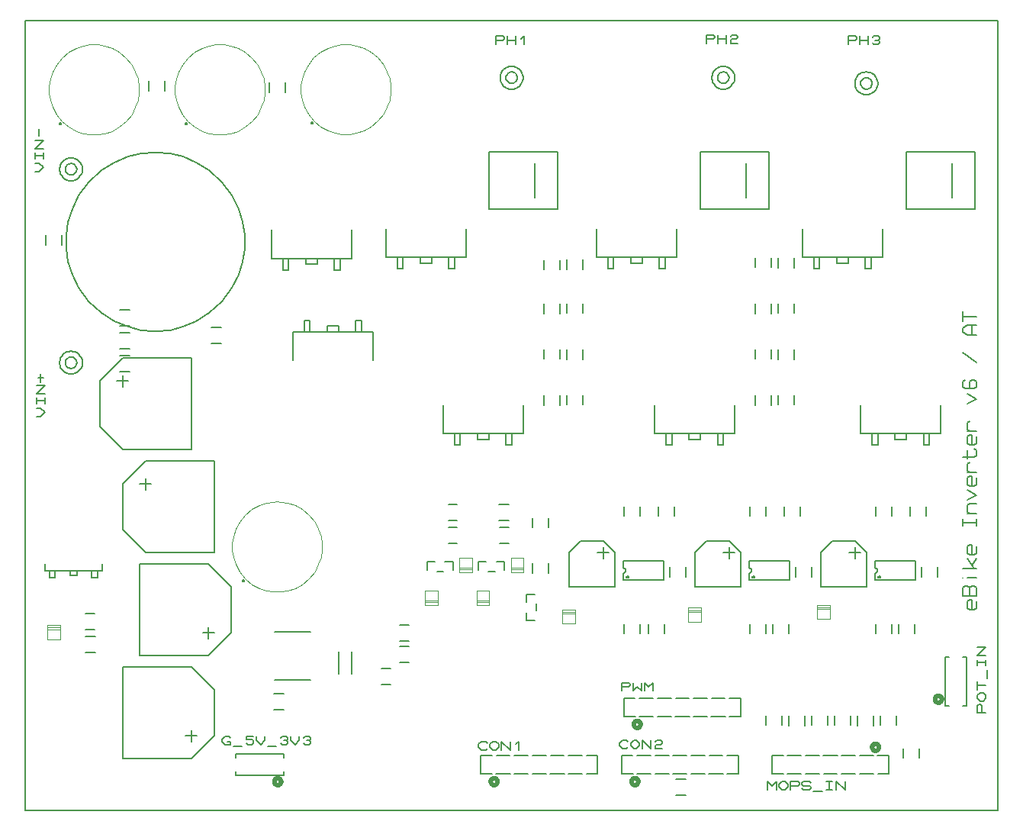
<source format=gbr>
G04 PROTEUS GERBER X2 FILE*
%TF.GenerationSoftware,Labcenter,Proteus,8.7-SP3-Build25561*%
%TF.CreationDate,2021-07-03T21:28:02+00:00*%
%TF.FileFunction,Legend,Top*%
%TF.FilePolarity,Positive*%
%TF.Part,Single*%
%TF.SameCoordinates,{f2efd226-c5f6-4210-91bb-6bc09b7e039f}*%
%FSLAX45Y45*%
%MOMM*%
G01*
%TA.AperFunction,Profile*%
%ADD39C,0.203200*%
%TA.AperFunction,Material*%
%ADD46C,0.203200*%
%ADD47C,0.101600*%
%ADD48C,0.200000*%
%ADD49C,0.508000*%
%ADD50C,0.152400*%
%ADD51C,0.120000*%
%TD.AperFunction*%
D39*
X-1079500Y-6413500D02*
X+9715500Y-6413500D01*
X+9715500Y+2349500D01*
X-1079500Y+2349500D01*
X-1079500Y-6413500D01*
D46*
X+6413500Y+254000D02*
X+7175500Y+254000D01*
X+7175500Y+889000D01*
X+6413500Y+889000D01*
X+6413500Y+254000D01*
X+6921500Y+762000D02*
X+6921500Y+381000D01*
X+8699500Y+254000D02*
X+9461500Y+254000D01*
X+9461500Y+889000D01*
X+8699500Y+889000D01*
X+8699500Y+254000D01*
X+9207500Y+762000D02*
X+9207500Y+381000D01*
X+4064000Y+254000D02*
X+4826000Y+254000D01*
X+4826000Y+889000D01*
X+4064000Y+889000D01*
X+4064000Y+254000D01*
X+4572000Y+762000D02*
X+4572000Y+381000D01*
X+4445000Y+1714500D02*
X+4444573Y+1724909D01*
X+4441101Y+1745728D01*
X+4433845Y+1766547D01*
X+4422017Y+1787366D01*
X+4403920Y+1808024D01*
X+4383101Y+1823545D01*
X+4362282Y+1833530D01*
X+4341463Y+1839314D01*
X+4320644Y+1841472D01*
X+4318000Y+1841500D01*
X+4191000Y+1714500D02*
X+4191427Y+1724909D01*
X+4194899Y+1745728D01*
X+4202155Y+1766547D01*
X+4213983Y+1787366D01*
X+4232080Y+1808024D01*
X+4252899Y+1823545D01*
X+4273718Y+1833530D01*
X+4294537Y+1839314D01*
X+4315356Y+1841472D01*
X+4318000Y+1841500D01*
X+4191000Y+1714500D02*
X+4191427Y+1704091D01*
X+4194899Y+1683272D01*
X+4202155Y+1662453D01*
X+4213983Y+1641634D01*
X+4232080Y+1620976D01*
X+4252899Y+1605455D01*
X+4273718Y+1595470D01*
X+4294537Y+1589686D01*
X+4315356Y+1587528D01*
X+4318000Y+1587500D01*
X+4445000Y+1714500D02*
X+4444573Y+1704091D01*
X+4441101Y+1683272D01*
X+4433845Y+1662453D01*
X+4422017Y+1641634D01*
X+4403920Y+1620976D01*
X+4383101Y+1605455D01*
X+4362282Y+1595470D01*
X+4341463Y+1589686D01*
X+4320644Y+1587528D01*
X+4318000Y+1587500D01*
X+4381500Y+1714500D02*
X+4381283Y+1719747D01*
X+4379518Y+1730242D01*
X+4375826Y+1740737D01*
X+4369798Y+1751232D01*
X+4360576Y+1761612D01*
X+4350081Y+1769300D01*
X+4339586Y+1774218D01*
X+4329091Y+1777024D01*
X+4318596Y+1777997D01*
X+4318000Y+1778000D01*
X+4254500Y+1714500D02*
X+4254717Y+1719747D01*
X+4256482Y+1730242D01*
X+4260174Y+1740737D01*
X+4266202Y+1751232D01*
X+4275424Y+1761612D01*
X+4285919Y+1769300D01*
X+4296414Y+1774218D01*
X+4306909Y+1777024D01*
X+4317404Y+1777997D01*
X+4318000Y+1778000D01*
X+4254500Y+1714500D02*
X+4254717Y+1709253D01*
X+4256482Y+1698758D01*
X+4260174Y+1688263D01*
X+4266202Y+1677768D01*
X+4275424Y+1667388D01*
X+4285919Y+1659700D01*
X+4296414Y+1654782D01*
X+4306909Y+1651976D01*
X+4317404Y+1651003D01*
X+4318000Y+1651000D01*
X+4381500Y+1714500D02*
X+4381283Y+1709253D01*
X+4379518Y+1698758D01*
X+4375826Y+1688263D01*
X+4369798Y+1677768D01*
X+4360576Y+1667388D01*
X+4350081Y+1659700D01*
X+4339586Y+1654782D01*
X+4329091Y+1651976D01*
X+4318596Y+1651003D01*
X+4318000Y+1651000D01*
X+4140200Y+2085340D02*
X+4140200Y+2176780D01*
X+4219575Y+2176780D01*
X+4235450Y+2161540D01*
X+4235450Y+2146300D01*
X+4219575Y+2131060D01*
X+4140200Y+2131060D01*
X+4267200Y+2085340D02*
X+4267200Y+2176780D01*
X+4362450Y+2176780D02*
X+4362450Y+2085340D01*
X+4267200Y+2131060D02*
X+4362450Y+2131060D01*
X+4425950Y+2146300D02*
X+4457700Y+2176780D01*
X+4457700Y+2085340D01*
X+6794500Y+1714500D02*
X+6794073Y+1724909D01*
X+6790601Y+1745728D01*
X+6783345Y+1766547D01*
X+6771517Y+1787366D01*
X+6753420Y+1808024D01*
X+6732601Y+1823545D01*
X+6711782Y+1833530D01*
X+6690963Y+1839314D01*
X+6670144Y+1841472D01*
X+6667500Y+1841500D01*
X+6540500Y+1714500D02*
X+6540927Y+1724909D01*
X+6544399Y+1745728D01*
X+6551655Y+1766547D01*
X+6563483Y+1787366D01*
X+6581580Y+1808024D01*
X+6602399Y+1823545D01*
X+6623218Y+1833530D01*
X+6644037Y+1839314D01*
X+6664856Y+1841472D01*
X+6667500Y+1841500D01*
X+6540500Y+1714500D02*
X+6540927Y+1704091D01*
X+6544399Y+1683272D01*
X+6551655Y+1662453D01*
X+6563483Y+1641634D01*
X+6581580Y+1620976D01*
X+6602399Y+1605455D01*
X+6623218Y+1595470D01*
X+6644037Y+1589686D01*
X+6664856Y+1587528D01*
X+6667500Y+1587500D01*
X+6794500Y+1714500D02*
X+6794073Y+1704091D01*
X+6790601Y+1683272D01*
X+6783345Y+1662453D01*
X+6771517Y+1641634D01*
X+6753420Y+1620976D01*
X+6732601Y+1605455D01*
X+6711782Y+1595470D01*
X+6690963Y+1589686D01*
X+6670144Y+1587528D01*
X+6667500Y+1587500D01*
X+6731000Y+1714500D02*
X+6730783Y+1719747D01*
X+6729018Y+1730242D01*
X+6725326Y+1740737D01*
X+6719298Y+1751232D01*
X+6710076Y+1761612D01*
X+6699581Y+1769300D01*
X+6689086Y+1774218D01*
X+6678591Y+1777024D01*
X+6668096Y+1777997D01*
X+6667500Y+1778000D01*
X+6604000Y+1714500D02*
X+6604217Y+1719747D01*
X+6605982Y+1730242D01*
X+6609674Y+1740737D01*
X+6615702Y+1751232D01*
X+6624924Y+1761612D01*
X+6635419Y+1769300D01*
X+6645914Y+1774218D01*
X+6656409Y+1777024D01*
X+6666904Y+1777997D01*
X+6667500Y+1778000D01*
X+6604000Y+1714500D02*
X+6604217Y+1709253D01*
X+6605982Y+1698758D01*
X+6609674Y+1688263D01*
X+6615702Y+1677768D01*
X+6624924Y+1667388D01*
X+6635419Y+1659700D01*
X+6645914Y+1654782D01*
X+6656409Y+1651976D01*
X+6666904Y+1651003D01*
X+6667500Y+1651000D01*
X+6731000Y+1714500D02*
X+6730783Y+1709253D01*
X+6729018Y+1698758D01*
X+6725326Y+1688263D01*
X+6719298Y+1677768D01*
X+6710076Y+1667388D01*
X+6699581Y+1659700D01*
X+6689086Y+1654782D01*
X+6678591Y+1651976D01*
X+6668096Y+1651003D01*
X+6667500Y+1651000D01*
X+6477000Y+2098040D02*
X+6477000Y+2189480D01*
X+6556375Y+2189480D01*
X+6572250Y+2174240D01*
X+6572250Y+2159000D01*
X+6556375Y+2143760D01*
X+6477000Y+2143760D01*
X+6604000Y+2098040D02*
X+6604000Y+2189480D01*
X+6699250Y+2189480D02*
X+6699250Y+2098040D01*
X+6604000Y+2143760D02*
X+6699250Y+2143760D01*
X+6746875Y+2174240D02*
X+6762750Y+2189480D01*
X+6810375Y+2189480D01*
X+6826250Y+2174240D01*
X+6826250Y+2159000D01*
X+6810375Y+2143760D01*
X+6762750Y+2143760D01*
X+6746875Y+2128520D01*
X+6746875Y+2098040D01*
X+6826250Y+2098040D01*
X+8382000Y+1651000D02*
X+8381573Y+1661409D01*
X+8378101Y+1682228D01*
X+8370845Y+1703047D01*
X+8359017Y+1723866D01*
X+8340920Y+1744524D01*
X+8320101Y+1760045D01*
X+8299282Y+1770030D01*
X+8278463Y+1775814D01*
X+8257644Y+1777972D01*
X+8255000Y+1778000D01*
X+8128000Y+1651000D02*
X+8128427Y+1661409D01*
X+8131899Y+1682228D01*
X+8139155Y+1703047D01*
X+8150983Y+1723866D01*
X+8169080Y+1744524D01*
X+8189899Y+1760045D01*
X+8210718Y+1770030D01*
X+8231537Y+1775814D01*
X+8252356Y+1777972D01*
X+8255000Y+1778000D01*
X+8128000Y+1651000D02*
X+8128427Y+1640591D01*
X+8131899Y+1619772D01*
X+8139155Y+1598953D01*
X+8150983Y+1578134D01*
X+8169080Y+1557476D01*
X+8189899Y+1541955D01*
X+8210718Y+1531970D01*
X+8231537Y+1526186D01*
X+8252356Y+1524028D01*
X+8255000Y+1524000D01*
X+8382000Y+1651000D02*
X+8381573Y+1640591D01*
X+8378101Y+1619772D01*
X+8370845Y+1598953D01*
X+8359017Y+1578134D01*
X+8340920Y+1557476D01*
X+8320101Y+1541955D01*
X+8299282Y+1531970D01*
X+8278463Y+1526186D01*
X+8257644Y+1524028D01*
X+8255000Y+1524000D01*
X+8318500Y+1651000D02*
X+8318283Y+1656247D01*
X+8316518Y+1666742D01*
X+8312826Y+1677237D01*
X+8306798Y+1687732D01*
X+8297576Y+1698112D01*
X+8287081Y+1705800D01*
X+8276586Y+1710718D01*
X+8266091Y+1713524D01*
X+8255596Y+1714497D01*
X+8255000Y+1714500D01*
X+8191500Y+1651000D02*
X+8191717Y+1656247D01*
X+8193482Y+1666742D01*
X+8197174Y+1677237D01*
X+8203202Y+1687732D01*
X+8212424Y+1698112D01*
X+8222919Y+1705800D01*
X+8233414Y+1710718D01*
X+8243909Y+1713524D01*
X+8254404Y+1714497D01*
X+8255000Y+1714500D01*
X+8191500Y+1651000D02*
X+8191717Y+1645753D01*
X+8193482Y+1635258D01*
X+8197174Y+1624763D01*
X+8203202Y+1614268D01*
X+8212424Y+1603888D01*
X+8222919Y+1596200D01*
X+8233414Y+1591282D01*
X+8243909Y+1588476D01*
X+8254404Y+1587503D01*
X+8255000Y+1587500D01*
X+8318500Y+1651000D02*
X+8318283Y+1645753D01*
X+8316518Y+1635258D01*
X+8312826Y+1624763D01*
X+8306798Y+1614268D01*
X+8297576Y+1603888D01*
X+8287081Y+1596200D01*
X+8276586Y+1591282D01*
X+8266091Y+1588476D01*
X+8255596Y+1587503D01*
X+8255000Y+1587500D01*
X+8051800Y+2085340D02*
X+8051800Y+2176780D01*
X+8131175Y+2176780D01*
X+8147050Y+2161540D01*
X+8147050Y+2146300D01*
X+8131175Y+2131060D01*
X+8051800Y+2131060D01*
X+8178800Y+2085340D02*
X+8178800Y+2176780D01*
X+8274050Y+2176780D02*
X+8274050Y+2085340D01*
X+8178800Y+2131060D02*
X+8274050Y+2131060D01*
X+8321675Y+2161540D02*
X+8337550Y+2176780D01*
X+8385175Y+2176780D01*
X+8401050Y+2161540D01*
X+8401050Y+2146300D01*
X+8385175Y+2131060D01*
X+8401050Y+2115820D01*
X+8401050Y+2100580D01*
X+8385175Y+2085340D01*
X+8337550Y+2085340D01*
X+8321675Y+2100580D01*
X+8353425Y+2131060D02*
X+8385175Y+2131060D01*
X+254000Y-2540000D02*
X+0Y-2794000D01*
X+0Y-3302000D01*
X+254000Y-3556000D01*
X+1016000Y-3556000D01*
X+1016000Y-2540000D01*
X+254000Y-2540000D01*
X+190500Y-2794000D02*
X+317500Y-2794000D01*
X+254000Y-2730500D02*
X+254000Y-2857500D01*
X+0Y-1397000D02*
X-254000Y-1651000D01*
X-254000Y-2159000D01*
X+0Y-2413000D01*
X+762000Y-2413000D01*
X+762000Y-1397000D01*
X+0Y-1397000D01*
X-63500Y-1651000D02*
X+63500Y-1651000D01*
X+0Y-1587500D02*
X+0Y-1714500D01*
X-863600Y-3683000D02*
X-863600Y-3759200D01*
X-228600Y-3759200D01*
X-228600Y-3683000D01*
X-584200Y-3759200D02*
X-584200Y-3810000D01*
X-508000Y-3810000D01*
X-508000Y-3759200D01*
X-812800Y-3759200D02*
X-812800Y-3835400D01*
X-749300Y-3835400D01*
X-749300Y-3759200D01*
X-279400Y-3759200D02*
X-279400Y-3835400D01*
X-342900Y-3835400D01*
X-342900Y-3759200D02*
X-342900Y-3835400D01*
D47*
X-692000Y-4385460D02*
X-832000Y-4385460D01*
X-692000Y-4405460D02*
X-832000Y-4405460D01*
X-832000Y-4515460D02*
X-692000Y-4515460D01*
X-692000Y-4355460D01*
X-832000Y-4355460D01*
X-832000Y-4515460D01*
D48*
X-413000Y-4408000D02*
X-313000Y-4408000D01*
X-413000Y-4228000D02*
X-313000Y-4228000D01*
D46*
X+952500Y-4699000D02*
X+1206500Y-4445000D01*
X+1206500Y-3937000D01*
X+952500Y-3683000D01*
X+190500Y-3683000D01*
X+190500Y-4699000D01*
X+952500Y-4699000D01*
X+1016000Y-4445000D02*
X+889000Y-4445000D01*
X+952500Y-4508500D02*
X+952500Y-4381500D01*
D48*
X+2087500Y-4434000D02*
X+1687500Y-4434000D01*
X+2087500Y-4964000D02*
X+1687500Y-4964000D01*
D46*
X+2399837Y-4896337D02*
X+2399837Y-4656337D01*
X+2539837Y-4896337D02*
X+2539837Y-4656337D01*
D48*
X-413000Y-4662000D02*
X-303000Y-4662000D01*
X-413000Y-4482000D02*
X-303000Y-4482000D01*
X+3179500Y-4355000D02*
X+3079500Y-4355000D01*
X+3179500Y-4535000D02*
X+3079500Y-4535000D01*
X+78000Y-1370500D02*
X-32000Y-1370500D01*
X+78000Y-1550500D02*
X-32000Y-1550500D01*
X+78000Y-862500D02*
X-32000Y-862500D01*
X+78000Y-1042500D02*
X-32000Y-1042500D01*
X+78000Y-1116500D02*
X-32000Y-1116500D01*
X+78000Y-1296500D02*
X-32000Y-1296500D01*
X+291000Y+1683000D02*
X+291000Y+1573000D01*
X+471000Y+1683000D02*
X+471000Y+1573000D01*
X+1624500Y+1665500D02*
X+1624500Y+1555500D01*
X+1804500Y+1665500D02*
X+1804500Y+1555500D01*
X+984000Y-1233000D02*
X+1094000Y-1233000D01*
X+984000Y-1053000D02*
X+1094000Y-1053000D01*
D46*
X-444500Y+698500D02*
X-444927Y+708909D01*
X-448399Y+729728D01*
X-455655Y+750547D01*
X-467483Y+771366D01*
X-485580Y+792024D01*
X-506399Y+807545D01*
X-527218Y+817530D01*
X-548037Y+823314D01*
X-568856Y+825472D01*
X-571500Y+825500D01*
X-698500Y+698500D02*
X-698073Y+708909D01*
X-694601Y+729728D01*
X-687345Y+750547D01*
X-675517Y+771366D01*
X-657420Y+792024D01*
X-636601Y+807545D01*
X-615782Y+817530D01*
X-594963Y+823314D01*
X-574144Y+825472D01*
X-571500Y+825500D01*
X-698500Y+698500D02*
X-698073Y+688091D01*
X-694601Y+667272D01*
X-687345Y+646453D01*
X-675517Y+625634D01*
X-657420Y+604976D01*
X-636601Y+589455D01*
X-615782Y+579470D01*
X-594963Y+573686D01*
X-574144Y+571528D01*
X-571500Y+571500D01*
X-444500Y+698500D02*
X-444927Y+688091D01*
X-448399Y+667272D01*
X-455655Y+646453D01*
X-467483Y+625634D01*
X-485580Y+604976D01*
X-506399Y+589455D01*
X-527218Y+579470D01*
X-548037Y+573686D01*
X-568856Y+571528D01*
X-571500Y+571500D01*
X-508000Y+698500D02*
X-508217Y+703747D01*
X-509982Y+714242D01*
X-513674Y+724737D01*
X-519702Y+735232D01*
X-528924Y+745612D01*
X-539419Y+753300D01*
X-549914Y+758218D01*
X-560409Y+761024D01*
X-570904Y+761997D01*
X-571500Y+762000D01*
X-635000Y+698500D02*
X-634783Y+703747D01*
X-633018Y+714242D01*
X-629326Y+724737D01*
X-623298Y+735232D01*
X-614076Y+745612D01*
X-603581Y+753300D01*
X-593086Y+758218D01*
X-582591Y+761024D01*
X-572096Y+761997D01*
X-571500Y+762000D01*
X-635000Y+698500D02*
X-634783Y+693253D01*
X-633018Y+682758D01*
X-629326Y+672263D01*
X-623298Y+661768D01*
X-614076Y+651388D01*
X-603581Y+643700D01*
X-593086Y+638782D01*
X-582591Y+635976D01*
X-572096Y+635003D01*
X-571500Y+635000D01*
X-508000Y+698500D02*
X-508217Y+693253D01*
X-509982Y+682758D01*
X-513674Y+672263D01*
X-519702Y+661768D01*
X-528924Y+651388D01*
X-539419Y+643700D01*
X-549914Y+638782D01*
X-560409Y+635976D01*
X-570904Y+635003D01*
X-571500Y+635000D01*
X-970280Y+673100D02*
X-924560Y+673100D01*
X-878840Y+720725D01*
X-924560Y+768350D01*
X-970280Y+768350D01*
X-970280Y+815975D02*
X-970280Y+879475D01*
X-970280Y+847725D02*
X-878840Y+847725D01*
X-878840Y+815975D02*
X-878840Y+879475D01*
X-878840Y+927100D02*
X-970280Y+927100D01*
X-878840Y+1022350D01*
X-970280Y+1022350D01*
X-924560Y+1069975D02*
X-924560Y+1149350D01*
X-444500Y-1447800D02*
X-444927Y-1437391D01*
X-448399Y-1416572D01*
X-455655Y-1395753D01*
X-467483Y-1374934D01*
X-485580Y-1354276D01*
X-506399Y-1338755D01*
X-527218Y-1328770D01*
X-548037Y-1322986D01*
X-568856Y-1320828D01*
X-571500Y-1320800D01*
X-698500Y-1447800D02*
X-698073Y-1437391D01*
X-694601Y-1416572D01*
X-687345Y-1395753D01*
X-675517Y-1374934D01*
X-657420Y-1354276D01*
X-636601Y-1338755D01*
X-615782Y-1328770D01*
X-594963Y-1322986D01*
X-574144Y-1320828D01*
X-571500Y-1320800D01*
X-698500Y-1447800D02*
X-698073Y-1458209D01*
X-694601Y-1479028D01*
X-687345Y-1499847D01*
X-675517Y-1520666D01*
X-657420Y-1541324D01*
X-636601Y-1556845D01*
X-615782Y-1566830D01*
X-594963Y-1572614D01*
X-574144Y-1574772D01*
X-571500Y-1574800D01*
X-444500Y-1447800D02*
X-444927Y-1458209D01*
X-448399Y-1479028D01*
X-455655Y-1499847D01*
X-467483Y-1520666D01*
X-485580Y-1541324D01*
X-506399Y-1556845D01*
X-527218Y-1566830D01*
X-548037Y-1572614D01*
X-568856Y-1574772D01*
X-571500Y-1574800D01*
X-508000Y-1447800D02*
X-508217Y-1442553D01*
X-509982Y-1432058D01*
X-513674Y-1421563D01*
X-519702Y-1411068D01*
X-528924Y-1400688D01*
X-539419Y-1393000D01*
X-549914Y-1388082D01*
X-560409Y-1385276D01*
X-570904Y-1384303D01*
X-571500Y-1384300D01*
X-635000Y-1447800D02*
X-634783Y-1442553D01*
X-633018Y-1432058D01*
X-629326Y-1421563D01*
X-623298Y-1411068D01*
X-614076Y-1400688D01*
X-603581Y-1393000D01*
X-593086Y-1388082D01*
X-582591Y-1385276D01*
X-572096Y-1384303D01*
X-571500Y-1384300D01*
X-635000Y-1447800D02*
X-634783Y-1453047D01*
X-633018Y-1463542D01*
X-629326Y-1474037D01*
X-623298Y-1484532D01*
X-614076Y-1494912D01*
X-603581Y-1502600D01*
X-593086Y-1507518D01*
X-582591Y-1510324D01*
X-572096Y-1511297D01*
X-571500Y-1511300D01*
X-508000Y-1447800D02*
X-508217Y-1453047D01*
X-509982Y-1463542D01*
X-513674Y-1474037D01*
X-519702Y-1484532D01*
X-528924Y-1494912D01*
X-539419Y-1502600D01*
X-549914Y-1507518D01*
X-560409Y-1510324D01*
X-570904Y-1511297D01*
X-571500Y-1511300D01*
X-955040Y-2044700D02*
X-909320Y-2044700D01*
X-863600Y-1997075D01*
X-909320Y-1949450D01*
X-955040Y-1949450D01*
X-955040Y-1901825D02*
X-955040Y-1838325D01*
X-955040Y-1870075D02*
X-863600Y-1870075D01*
X-863600Y-1901825D02*
X-863600Y-1838325D01*
X-863600Y-1790700D02*
X-955040Y-1790700D01*
X-863600Y-1695450D01*
X-955040Y-1695450D01*
X-909320Y-1663700D02*
X-909320Y-1568450D01*
X-939800Y-1616075D02*
X-878840Y-1616075D01*
D48*
X+1792500Y-5117000D02*
X+1682500Y-5117000D01*
X+1792500Y-5297000D02*
X+1682500Y-5297000D01*
X+5942500Y-3043500D02*
X+5942500Y-3143500D01*
X+6122500Y-3043500D02*
X+6122500Y-3143500D01*
X+5561500Y-3043500D02*
X+5561500Y-3143500D01*
X+5741500Y-3043500D02*
X+5741500Y-3143500D01*
D46*
X+5554980Y-3860800D02*
X+5554980Y-3779838D01*
X+5565601Y-3777756D01*
X+5574167Y-3772036D01*
X+5579886Y-3763471D01*
X+5581968Y-3752850D01*
X+5554980Y-3725862D02*
X+5565601Y-3727944D01*
X+5574167Y-3733664D01*
X+5579886Y-3742229D01*
X+5581968Y-3752850D01*
X+5554980Y-3725862D02*
X+5554980Y-3644900D01*
X+6002020Y-3784600D02*
X+6002020Y-3721100D01*
X+5588000Y-3860800D02*
X+5969000Y-3860800D01*
X+5588000Y-3644900D02*
X+5969000Y-3644900D01*
X+5588000Y-3860800D02*
X+5554980Y-3860800D01*
X+5554980Y-3644900D02*
X+5588000Y-3644900D01*
X+6002020Y-3721100D02*
X+6002020Y-3644900D01*
X+5969000Y-3644900D01*
X+5969000Y-3860800D02*
X+6002020Y-3860800D01*
X+6002020Y-3784600D01*
X+5614416Y-3825240D02*
X+5614381Y-3824395D01*
X+5614094Y-3822704D01*
X+5613495Y-3821013D01*
X+5612515Y-3819322D01*
X+5611015Y-3817654D01*
X+5609324Y-3816434D01*
X+5607633Y-3815658D01*
X+5605942Y-3815221D01*
X+5604256Y-3815080D01*
X+5594096Y-3825240D02*
X+5594131Y-3824395D01*
X+5594418Y-3822704D01*
X+5595017Y-3821013D01*
X+5595997Y-3819322D01*
X+5597497Y-3817654D01*
X+5599188Y-3816434D01*
X+5600879Y-3815658D01*
X+5602570Y-3815221D01*
X+5604256Y-3815080D01*
X+5594096Y-3825240D02*
X+5594131Y-3826085D01*
X+5594418Y-3827776D01*
X+5595017Y-3829467D01*
X+5595997Y-3831158D01*
X+5597497Y-3832826D01*
X+5599188Y-3834046D01*
X+5600879Y-3834822D01*
X+5602570Y-3835259D01*
X+5604256Y-3835400D01*
X+5614416Y-3825240D02*
X+5614381Y-3826085D01*
X+5614094Y-3827776D01*
X+5613495Y-3829467D01*
X+5612515Y-3831158D01*
X+5611015Y-3832826D01*
X+5609324Y-3834046D01*
X+5607633Y-3834822D01*
X+5605942Y-3835259D01*
X+5604256Y-3835400D01*
X+6951980Y-3860800D02*
X+6951980Y-3779838D01*
X+6962601Y-3777756D01*
X+6971167Y-3772036D01*
X+6976886Y-3763471D01*
X+6978968Y-3752850D01*
X+6951980Y-3725862D02*
X+6962601Y-3727944D01*
X+6971167Y-3733664D01*
X+6976886Y-3742229D01*
X+6978968Y-3752850D01*
X+6951980Y-3725862D02*
X+6951980Y-3644900D01*
X+7399020Y-3784600D02*
X+7399020Y-3721100D01*
X+6985000Y-3860800D02*
X+7366000Y-3860800D01*
X+6985000Y-3644900D02*
X+7366000Y-3644900D01*
X+6985000Y-3860800D02*
X+6951980Y-3860800D01*
X+6951980Y-3644900D02*
X+6985000Y-3644900D01*
X+7399020Y-3721100D02*
X+7399020Y-3644900D01*
X+7366000Y-3644900D01*
X+7366000Y-3860800D02*
X+7399020Y-3860800D01*
X+7399020Y-3784600D01*
X+7011416Y-3825240D02*
X+7011381Y-3824395D01*
X+7011094Y-3822704D01*
X+7010495Y-3821013D01*
X+7009515Y-3819322D01*
X+7008015Y-3817654D01*
X+7006324Y-3816434D01*
X+7004633Y-3815658D01*
X+7002942Y-3815221D01*
X+7001256Y-3815080D01*
X+6991096Y-3825240D02*
X+6991131Y-3824395D01*
X+6991418Y-3822704D01*
X+6992017Y-3821013D01*
X+6992997Y-3819322D01*
X+6994497Y-3817654D01*
X+6996188Y-3816434D01*
X+6997879Y-3815658D01*
X+6999570Y-3815221D01*
X+7001256Y-3815080D01*
X+6991096Y-3825240D02*
X+6991131Y-3826085D01*
X+6991418Y-3827776D01*
X+6992017Y-3829467D01*
X+6992997Y-3831158D01*
X+6994497Y-3832826D01*
X+6996188Y-3834046D01*
X+6997879Y-3834822D01*
X+6999570Y-3835259D01*
X+7001256Y-3835400D01*
X+7011416Y-3825240D02*
X+7011381Y-3826085D01*
X+7011094Y-3827776D01*
X+7010495Y-3829467D01*
X+7009515Y-3831158D01*
X+7008015Y-3832826D01*
X+7006324Y-3834046D01*
X+7004633Y-3834822D01*
X+7002942Y-3835259D01*
X+7001256Y-3835400D01*
X+8348980Y-3860800D02*
X+8348980Y-3779838D01*
X+8359601Y-3777756D01*
X+8368167Y-3772036D01*
X+8373886Y-3763471D01*
X+8375968Y-3752850D01*
X+8348980Y-3725862D02*
X+8359601Y-3727944D01*
X+8368167Y-3733664D01*
X+8373886Y-3742229D01*
X+8375968Y-3752850D01*
X+8348980Y-3725862D02*
X+8348980Y-3644900D01*
X+8796020Y-3784600D02*
X+8796020Y-3721100D01*
X+8382000Y-3860800D02*
X+8763000Y-3860800D01*
X+8382000Y-3644900D02*
X+8763000Y-3644900D01*
X+8382000Y-3860800D02*
X+8348980Y-3860800D01*
X+8348980Y-3644900D02*
X+8382000Y-3644900D01*
X+8796020Y-3721100D02*
X+8796020Y-3644900D01*
X+8763000Y-3644900D01*
X+8763000Y-3860800D02*
X+8796020Y-3860800D01*
X+8796020Y-3784600D01*
X+8408416Y-3825240D02*
X+8408381Y-3824395D01*
X+8408094Y-3822704D01*
X+8407495Y-3821013D01*
X+8406515Y-3819322D01*
X+8405015Y-3817654D01*
X+8403324Y-3816434D01*
X+8401633Y-3815658D01*
X+8399942Y-3815221D01*
X+8398256Y-3815080D01*
X+8388096Y-3825240D02*
X+8388131Y-3824395D01*
X+8388418Y-3822704D01*
X+8389017Y-3821013D01*
X+8389997Y-3819322D01*
X+8391497Y-3817654D01*
X+8393188Y-3816434D01*
X+8394879Y-3815658D01*
X+8396570Y-3815221D01*
X+8398256Y-3815080D01*
X+8388096Y-3825240D02*
X+8388131Y-3826085D01*
X+8388418Y-3827776D01*
X+8389017Y-3829467D01*
X+8389997Y-3831158D01*
X+8391497Y-3832826D01*
X+8393188Y-3834046D01*
X+8394879Y-3834822D01*
X+8396570Y-3835259D01*
X+8398256Y-3835400D01*
X+8408416Y-3825240D02*
X+8408381Y-3826085D01*
X+8408094Y-3827776D01*
X+8407495Y-3829467D01*
X+8406515Y-3831158D01*
X+8405015Y-3832826D01*
X+8403324Y-3834046D01*
X+8401633Y-3834822D01*
X+8399942Y-3835259D01*
X+8398256Y-3835400D01*
D48*
X+6958500Y-3043500D02*
X+6958500Y-3143500D01*
X+7138500Y-3043500D02*
X+7138500Y-3143500D01*
D46*
X+5461000Y-3556000D02*
X+5334000Y-3429000D01*
X+5080000Y-3429000D01*
X+4953000Y-3556000D01*
X+4953000Y-3937000D01*
X+5461000Y-3937000D01*
X+5461000Y-3556000D01*
X+5334000Y-3492500D02*
X+5334000Y-3619500D01*
X+5397500Y-3556000D02*
X+5270500Y-3556000D01*
X+6858000Y-3556000D02*
X+6731000Y-3429000D01*
X+6477000Y-3429000D01*
X+6350000Y-3556000D01*
X+6350000Y-3937000D01*
X+6858000Y-3937000D01*
X+6858000Y-3556000D01*
X+6731000Y-3492500D02*
X+6731000Y-3619500D01*
X+6794500Y-3556000D02*
X+6667500Y-3556000D01*
X+8255000Y-3556000D02*
X+8128000Y-3429000D01*
X+7874000Y-3429000D01*
X+7747000Y-3556000D01*
X+7747000Y-3937000D01*
X+8255000Y-3937000D01*
X+8255000Y-3556000D01*
X+8128000Y-3492500D02*
X+8128000Y-3619500D01*
X+8191500Y-3556000D02*
X+8064500Y-3556000D01*
D47*
X+5023000Y-4213960D02*
X+4883000Y-4213960D01*
X+5023000Y-4233960D02*
X+4883000Y-4233960D01*
X+4883000Y-4343960D02*
X+5023000Y-4343960D01*
X+5023000Y-4183960D01*
X+4883000Y-4183960D01*
X+4883000Y-4343960D01*
X+6420000Y-4194910D02*
X+6280000Y-4194910D01*
X+6420000Y-4214910D02*
X+6280000Y-4214910D01*
X+6280000Y-4324910D02*
X+6420000Y-4324910D01*
X+6420000Y-4164910D01*
X+6280000Y-4164910D01*
X+6280000Y-4324910D01*
X+7848750Y-4163160D02*
X+7708750Y-4163160D01*
X+7848750Y-4183160D02*
X+7708750Y-4183160D01*
X+7708750Y-4293160D02*
X+7848750Y-4293160D01*
X+7848750Y-4133160D01*
X+7708750Y-4133160D01*
X+7708750Y-4293160D01*
D48*
X+6069500Y-3714500D02*
X+6069500Y-3824500D01*
X+6249500Y-3714500D02*
X+6249500Y-3824500D01*
X+7466500Y-3714500D02*
X+7466500Y-3824500D01*
X+7646500Y-3714500D02*
X+7646500Y-3824500D01*
X+8863500Y-3714500D02*
X+8863500Y-3824500D01*
X+9043500Y-3714500D02*
X+9043500Y-3824500D01*
X+7339500Y-3043500D02*
X+7339500Y-3143500D01*
X+7519500Y-3043500D02*
X+7519500Y-3143500D01*
X+8355500Y-3043500D02*
X+8355500Y-3143500D01*
X+8535500Y-3043500D02*
X+8535500Y-3143500D01*
X+8736500Y-3043500D02*
X+8736500Y-3143500D01*
X+8916500Y-3043500D02*
X+8916500Y-3143500D01*
X+5741500Y-4449500D02*
X+5741500Y-4349500D01*
X+5561500Y-4449500D02*
X+5561500Y-4349500D01*
X+6013000Y-4449500D02*
X+6013000Y-4349500D01*
X+5833000Y-4449500D02*
X+5833000Y-4349500D01*
X+7138500Y-4449500D02*
X+7138500Y-4349500D01*
X+6958500Y-4449500D02*
X+6958500Y-4349500D01*
X+4926500Y-793500D02*
X+4926500Y-893500D01*
X+5106500Y-793500D02*
X+5106500Y-893500D01*
X+4672500Y-313000D02*
X+4672500Y-413000D01*
X+4852500Y-313000D02*
X+4852500Y-413000D01*
X+4926500Y-1809500D02*
X+4926500Y-1909500D01*
X+5106500Y-1809500D02*
X+5106500Y-1909500D01*
X+4672500Y-1301500D02*
X+4672500Y-1401500D01*
X+4852500Y-1301500D02*
X+4852500Y-1401500D01*
X+4926500Y-303000D02*
X+4926500Y-413000D01*
X+5106500Y-303000D02*
X+5106500Y-413000D01*
X+4672500Y-793500D02*
X+4672500Y-903500D01*
X+4852500Y-793500D02*
X+4852500Y-903500D01*
X+4926500Y-1301500D02*
X+4926500Y-1411500D01*
X+5106500Y-1301500D02*
X+5106500Y-1411500D01*
X+4672500Y-1809500D02*
X+4672500Y-1919500D01*
X+4852500Y-1809500D02*
X+4852500Y-1919500D01*
X+7276000Y-285500D02*
X+7276000Y-395500D01*
X+7456000Y-285500D02*
X+7456000Y-395500D01*
X+7022000Y-793500D02*
X+7022000Y-903500D01*
X+7202000Y-793500D02*
X+7202000Y-903500D01*
X+7276000Y-1301500D02*
X+7276000Y-1411500D01*
X+7456000Y-1301500D02*
X+7456000Y-1411500D01*
X+7022000Y-1809500D02*
X+7022000Y-1919500D01*
X+7202000Y-1809500D02*
X+7202000Y-1919500D01*
X+7276000Y-793500D02*
X+7276000Y-893500D01*
X+7456000Y-793500D02*
X+7456000Y-893500D01*
X+7022000Y-285500D02*
X+7022000Y-385500D01*
X+7202000Y-285500D02*
X+7202000Y-385500D01*
X+7276000Y-1809500D02*
X+7276000Y-1909500D01*
X+7456000Y-1809500D02*
X+7456000Y-1909500D01*
X+7022000Y-1301500D02*
X+7022000Y-1401500D01*
X+7202000Y-1301500D02*
X+7202000Y-1401500D01*
D46*
X+3667760Y-3655060D02*
X+3578860Y-3655060D01*
X+3561080Y-3766820D02*
X+3489960Y-3766820D01*
X+3667760Y-3655060D02*
X+3667760Y-3746500D01*
X+3378200Y-3749040D02*
X+3378200Y-3655060D01*
X+3464560Y-3655060D01*
X+4239260Y-3655060D02*
X+4150360Y-3655060D01*
X+4132580Y-3766820D02*
X+4061460Y-3766820D01*
X+4239260Y-3655060D02*
X+4239260Y-3746500D01*
X+3949700Y-3749040D02*
X+3949700Y-3655060D01*
X+4036060Y-3655060D01*
X+4480560Y-4015740D02*
X+4480560Y-4104640D01*
X+4592320Y-4122420D02*
X+4592320Y-4193540D01*
X+4480560Y-4015740D02*
X+4572000Y-4015740D01*
X+4574540Y-4305300D02*
X+4480560Y-4305300D01*
X+4480560Y-4218940D01*
D47*
X+3740000Y-3742590D02*
X+3880000Y-3742590D01*
X+3740000Y-3722590D02*
X+3880000Y-3722590D01*
X+3740000Y-3772590D02*
X+3880000Y-3772590D01*
X+3880000Y-3612590D01*
X+3740000Y-3612590D01*
X+3740000Y-3772590D01*
X+3359000Y-4104540D02*
X+3499000Y-4104540D01*
X+3359000Y-4084540D02*
X+3499000Y-4084540D01*
X+3359000Y-4134540D02*
X+3499000Y-4134540D01*
X+3499000Y-3974540D01*
X+3359000Y-3974540D01*
X+3359000Y-4134540D01*
X+4311500Y-3742590D02*
X+4451500Y-3742590D01*
X+4311500Y-3722590D02*
X+4451500Y-3722590D01*
X+4311500Y-3772590D02*
X+4451500Y-3772590D01*
X+4451500Y-3612590D01*
X+4311500Y-3612590D01*
X+4311500Y-3772590D01*
X+3930500Y-4104540D02*
X+4070500Y-4104540D01*
X+3930500Y-4084540D02*
X+4070500Y-4084540D01*
X+3930500Y-4134540D02*
X+4070500Y-4134540D01*
X+4070500Y-3974540D01*
X+3930500Y-3974540D01*
X+3930500Y-4134540D01*
D48*
X+3615000Y-3455500D02*
X+3715000Y-3455500D01*
X+3615000Y-3275500D02*
X+3715000Y-3275500D01*
X+3615000Y-3201500D02*
X+3715000Y-3201500D01*
X+3615000Y-3021500D02*
X+3715000Y-3021500D01*
X+4286500Y-3275500D02*
X+4186500Y-3275500D01*
X+4286500Y-3455500D02*
X+4186500Y-3455500D01*
X+4545500Y-3170500D02*
X+4545500Y-3270500D01*
X+4725500Y-3170500D02*
X+4725500Y-3270500D01*
X+4725500Y-3778500D02*
X+4725500Y-3668500D01*
X+4545500Y-3778500D02*
X+4545500Y-3668500D01*
X+4286500Y-3021500D02*
X+4176500Y-3021500D01*
X+4286500Y-3201500D02*
X+4176500Y-3201500D01*
X+8789500Y-4449500D02*
X+8789500Y-4349500D01*
X+8609500Y-4449500D02*
X+8609500Y-4349500D01*
D46*
X+762000Y-5842000D02*
X+1016000Y-5588000D01*
X+1016000Y-5080000D01*
X+762000Y-4826000D01*
X+0Y-4826000D01*
X+0Y-5842000D01*
X+762000Y-5842000D01*
X+825500Y-5588000D02*
X+698500Y-5588000D01*
X+762000Y-5651500D02*
X+762000Y-5524500D01*
D48*
X+6255000Y-6069500D02*
X+6145000Y-6069500D01*
X+6255000Y-6249500D02*
X+6145000Y-6249500D01*
X+8335500Y-5475500D02*
X+8335500Y-5365500D01*
X+8155500Y-5475500D02*
X+8155500Y-5365500D01*
X+7573500Y-5475499D02*
X+7573500Y-5365499D01*
X+7393500Y-5475499D02*
X+7393500Y-5365499D01*
X-852000Y-31500D02*
X-852000Y-141500D01*
X-672000Y-31500D02*
X-672000Y-141500D01*
D49*
X+9093200Y-5181500D02*
X+9093069Y-5178342D01*
X+9092003Y-5172024D01*
X+9089772Y-5165706D01*
X+9086127Y-5159388D01*
X+9080552Y-5153149D01*
X+9074234Y-5148553D01*
X+9067916Y-5145620D01*
X+9061598Y-5143958D01*
X+9055280Y-5143400D01*
X+9055100Y-5143400D01*
X+9017000Y-5181500D02*
X+9017131Y-5178342D01*
X+9018197Y-5172024D01*
X+9020428Y-5165706D01*
X+9024073Y-5159388D01*
X+9029648Y-5153149D01*
X+9035966Y-5148553D01*
X+9042284Y-5145620D01*
X+9048602Y-5143958D01*
X+9054920Y-5143400D01*
X+9055100Y-5143400D01*
X+9017000Y-5181500D02*
X+9017131Y-5184658D01*
X+9018197Y-5190976D01*
X+9020428Y-5197294D01*
X+9024073Y-5203612D01*
X+9029648Y-5209851D01*
X+9035966Y-5214447D01*
X+9042284Y-5217380D01*
X+9048602Y-5219042D01*
X+9054920Y-5219600D01*
X+9055100Y-5219600D01*
X+9093200Y-5181500D02*
X+9093069Y-5184658D01*
X+9092003Y-5190976D01*
X+9089772Y-5197294D01*
X+9086127Y-5203612D01*
X+9080552Y-5209851D01*
X+9074234Y-5214447D01*
X+9067916Y-5217380D01*
X+9061598Y-5219042D01*
X+9055280Y-5219600D01*
X+9055100Y-5219600D01*
D50*
X+9126220Y-4711650D02*
X+9126220Y-5251350D01*
X+9169735Y-5251350D01*
X+9364980Y-5251350D02*
X+9364980Y-4711650D01*
X+9321465Y-4711650D01*
X+9169735Y-4711650D02*
X+9126220Y-4711650D01*
X+9321465Y-5251350D02*
X+9364980Y-5251350D01*
D46*
X+9580070Y-5330417D02*
X+9488630Y-5330417D01*
X+9488630Y-5251042D01*
X+9503870Y-5235167D01*
X+9519110Y-5235167D01*
X+9534350Y-5251042D01*
X+9534350Y-5330417D01*
X+9519110Y-5203417D02*
X+9488630Y-5171667D01*
X+9488630Y-5139917D01*
X+9519110Y-5108167D01*
X+9549590Y-5108167D01*
X+9580070Y-5139917D01*
X+9580070Y-5171667D01*
X+9549590Y-5203417D01*
X+9519110Y-5203417D01*
X+9488630Y-5076417D02*
X+9488630Y-4981167D01*
X+9488630Y-5028792D02*
X+9580070Y-5028792D01*
X+9595310Y-4949417D02*
X+9595310Y-4854167D01*
X+9488630Y-4806542D02*
X+9488630Y-4743042D01*
X+9488630Y-4774792D02*
X+9580070Y-4774792D01*
X+9580070Y-4806542D02*
X+9580070Y-4743042D01*
X+9580070Y-4695417D02*
X+9488630Y-4695417D01*
X+9580070Y-4600167D01*
X+9488630Y-4600167D01*
D48*
X+7392500Y-4449500D02*
X+7392500Y-4349500D01*
X+7212500Y-4449500D02*
X+7212500Y-4349500D01*
X+8535500Y-4449500D02*
X+8535500Y-4349500D01*
X+8355500Y-4449500D02*
X+8355500Y-4349500D01*
X+8663500Y-5730301D02*
X+8663500Y-5830301D01*
X+8843500Y-5730301D02*
X+8843500Y-5830301D01*
X+7901500Y-5365500D02*
X+7901500Y-5465500D01*
X+8081500Y-5365500D02*
X+8081500Y-5465500D01*
X+7647500Y-5365500D02*
X+7647500Y-5465500D01*
X+7827500Y-5365500D02*
X+7827500Y-5465500D01*
X+8409500Y-5365500D02*
X+8409500Y-5465500D01*
X+8589500Y-5365500D02*
X+8589500Y-5465500D01*
X+7139500Y-5365500D02*
X+7139500Y-5465500D01*
X+7319500Y-5365500D02*
X+7319500Y-5465500D01*
D49*
X+8394600Y-5715000D02*
X+8394469Y-5711842D01*
X+8393403Y-5705524D01*
X+8391172Y-5699206D01*
X+8387527Y-5692888D01*
X+8381952Y-5686649D01*
X+8375634Y-5682053D01*
X+8369316Y-5679120D01*
X+8362998Y-5677458D01*
X+8356680Y-5676900D01*
X+8356500Y-5676900D01*
X+8318400Y-5715000D02*
X+8318531Y-5711842D01*
X+8319597Y-5705524D01*
X+8321828Y-5699206D01*
X+8325473Y-5692888D01*
X+8331048Y-5686649D01*
X+8337366Y-5682053D01*
X+8343684Y-5679120D01*
X+8350002Y-5677458D01*
X+8356320Y-5676900D01*
X+8356500Y-5676900D01*
X+8318400Y-5715000D02*
X+8318531Y-5718158D01*
X+8319597Y-5724476D01*
X+8321828Y-5730794D01*
X+8325473Y-5737112D01*
X+8331048Y-5743351D01*
X+8337366Y-5747947D01*
X+8343684Y-5750880D01*
X+8350002Y-5752542D01*
X+8356320Y-5753100D01*
X+8356500Y-5753100D01*
X+8394600Y-5715000D02*
X+8394469Y-5718158D01*
X+8393403Y-5724476D01*
X+8391172Y-5730794D01*
X+8387527Y-5737112D01*
X+8381952Y-5743351D01*
X+8375634Y-5747947D01*
X+8369316Y-5750880D01*
X+8362998Y-5752542D01*
X+8356680Y-5753100D01*
X+8356500Y-5753100D01*
D50*
X+8505470Y-5804840D02*
X+8378907Y-5804840D01*
X+7207530Y-5804840D02*
X+7207530Y-6005500D01*
X+7331309Y-6005500D01*
X+8505470Y-6005500D02*
X+8505470Y-5804840D01*
X+7334093Y-5804840D02*
X+7207530Y-5804840D01*
X+7381691Y-6005500D02*
X+7531309Y-6005500D01*
X+7534093Y-5804840D02*
X+7378907Y-5804840D01*
X+7581691Y-6005500D02*
X+7731309Y-6005500D01*
X+7734093Y-5804840D02*
X+7578907Y-5804840D01*
X+7781691Y-6005500D02*
X+7931309Y-6005500D01*
X+7934093Y-5804840D02*
X+7778907Y-5804840D01*
X+7981691Y-6005500D02*
X+8131309Y-6005500D01*
X+8134093Y-5804840D02*
X+7978907Y-5804840D01*
X+8181691Y-6005500D02*
X+8331309Y-6005500D01*
X+8381691Y-6005500D02*
X+8505470Y-6005500D01*
X+8334093Y-5804840D02*
X+8178907Y-5804840D01*
D46*
X+7160134Y-6185840D02*
X+7160134Y-6094400D01*
X+7207759Y-6140120D01*
X+7255384Y-6094400D01*
X+7255384Y-6185840D01*
X+7287134Y-6124880D02*
X+7318884Y-6094400D01*
X+7350634Y-6094400D01*
X+7382384Y-6124880D01*
X+7382384Y-6155360D01*
X+7350634Y-6185840D01*
X+7318884Y-6185840D01*
X+7287134Y-6155360D01*
X+7287134Y-6124880D01*
X+7414134Y-6185840D02*
X+7414134Y-6094400D01*
X+7493509Y-6094400D01*
X+7509384Y-6109640D01*
X+7509384Y-6124880D01*
X+7493509Y-6140120D01*
X+7414134Y-6140120D01*
X+7541134Y-6170600D02*
X+7557009Y-6185840D01*
X+7620509Y-6185840D01*
X+7636384Y-6170600D01*
X+7636384Y-6155360D01*
X+7620509Y-6140120D01*
X+7557009Y-6140120D01*
X+7541134Y-6124880D01*
X+7541134Y-6109640D01*
X+7557009Y-6094400D01*
X+7620509Y-6094400D01*
X+7636384Y-6109640D01*
X+7668134Y-6201080D02*
X+7763384Y-6201080D01*
X+7811009Y-6094400D02*
X+7874509Y-6094400D01*
X+7842759Y-6094400D02*
X+7842759Y-6185840D01*
X+7811009Y-6185840D02*
X+7874509Y-6185840D01*
X+7922134Y-6185840D02*
X+7922134Y-6094400D01*
X+8017384Y-6185840D01*
X+8017384Y-6094400D01*
X+1356692Y-106403D02*
X+1353992Y-33266D01*
X+1332120Y+113009D01*
X+1286822Y+259284D01*
X+1214357Y+405559D01*
X+1106810Y+551834D01*
X+963039Y+684778D01*
X+816764Y+776540D01*
X+670489Y+837216D01*
X+524214Y+872603D01*
X+377939Y+885411D01*
X+364791Y+885498D01*
X-627110Y-106403D02*
X-624410Y-33266D01*
X-602538Y+113009D01*
X-557240Y+259284D01*
X-484775Y+405559D01*
X-377228Y+551834D01*
X-233457Y+684778D01*
X-87182Y+776540D01*
X+59093Y+837216D01*
X+205368Y+872603D01*
X+351643Y+885411D01*
X+364791Y+885498D01*
X-627110Y-106403D02*
X-624410Y-179540D01*
X-602538Y-325815D01*
X-557240Y-472090D01*
X-484775Y-618365D01*
X-377228Y-764640D01*
X-233457Y-897584D01*
X-87182Y-989346D01*
X+59093Y-1050022D01*
X+205368Y-1085409D01*
X+351643Y-1098217D01*
X+364791Y-1098304D01*
X+1356692Y-106403D02*
X+1353992Y-179540D01*
X+1332120Y-325815D01*
X+1286822Y-472090D01*
X+1214357Y-618365D01*
X+1106810Y-764640D01*
X+963039Y-897584D01*
X+816764Y-989346D01*
X+670489Y-1050022D01*
X+524214Y-1085409D01*
X+377939Y-1098217D01*
X+364791Y-1098304D01*
D51*
X+1579500Y+1583500D02*
X+1577969Y+1622600D01*
X+1565546Y+1700801D01*
X+1539694Y+1779002D01*
X+1497934Y+1857203D01*
X+1434695Y+1935404D01*
X+1356502Y+1999757D01*
X+1278301Y+2042279D01*
X+1200100Y+2068738D01*
X+1121899Y+2081699D01*
X+1079500Y+2083500D01*
X+579500Y+1583500D02*
X+581031Y+1622600D01*
X+593454Y+1700801D01*
X+619306Y+1779002D01*
X+661066Y+1857203D01*
X+724305Y+1935404D01*
X+802498Y+1999757D01*
X+880699Y+2042279D01*
X+958900Y+2068738D01*
X+1037101Y+2081699D01*
X+1079500Y+2083500D01*
X+579500Y+1583500D02*
X+581031Y+1544400D01*
X+593454Y+1466199D01*
X+619306Y+1387998D01*
X+661066Y+1309797D01*
X+724305Y+1231596D01*
X+802498Y+1167243D01*
X+880699Y+1124721D01*
X+958900Y+1098262D01*
X+1037101Y+1085301D01*
X+1079500Y+1083500D01*
X+1579500Y+1583500D02*
X+1577969Y+1544400D01*
X+1565546Y+1466199D01*
X+1539694Y+1387998D01*
X+1497934Y+1309797D01*
X+1434695Y+1231596D01*
X+1356502Y+1167243D01*
X+1278301Y+1124721D01*
X+1200100Y+1098262D01*
X+1121899Y+1085301D01*
X+1079500Y+1083500D01*
D48*
X+713500Y+1207500D02*
X+713465Y+1208331D01*
X+713184Y+1209995D01*
X+712594Y+1211659D01*
X+711630Y+1213323D01*
X+710155Y+1214964D01*
X+708491Y+1216165D01*
X+706827Y+1216930D01*
X+705163Y+1217361D01*
X+703500Y+1217500D01*
X+693500Y+1207500D02*
X+693535Y+1208331D01*
X+693816Y+1209995D01*
X+694406Y+1211659D01*
X+695370Y+1213323D01*
X+696845Y+1214964D01*
X+698509Y+1216165D01*
X+700173Y+1216930D01*
X+701837Y+1217361D01*
X+703500Y+1217500D01*
X+693500Y+1207500D02*
X+693535Y+1206669D01*
X+693816Y+1205005D01*
X+694406Y+1203341D01*
X+695370Y+1201677D01*
X+696845Y+1200036D01*
X+698509Y+1198835D01*
X+700173Y+1198070D01*
X+701837Y+1197639D01*
X+703500Y+1197500D01*
X+713500Y+1207500D02*
X+713465Y+1206669D01*
X+713184Y+1205005D01*
X+712594Y+1203341D01*
X+711630Y+1201677D01*
X+710155Y+1200036D01*
X+708491Y+1198835D01*
X+706827Y+1198070D01*
X+705163Y+1197639D01*
X+703500Y+1197500D01*
D51*
X+182500Y+1583500D02*
X+180969Y+1622600D01*
X+168546Y+1700801D01*
X+142694Y+1779002D01*
X+100934Y+1857203D01*
X+37695Y+1935404D01*
X-40498Y+1999757D01*
X-118699Y+2042279D01*
X-196900Y+2068738D01*
X-275101Y+2081699D01*
X-317500Y+2083500D01*
X-817500Y+1583500D02*
X-815969Y+1622600D01*
X-803546Y+1700801D01*
X-777694Y+1779002D01*
X-735934Y+1857203D01*
X-672695Y+1935404D01*
X-594502Y+1999757D01*
X-516301Y+2042279D01*
X-438100Y+2068738D01*
X-359899Y+2081699D01*
X-317500Y+2083500D01*
X-817500Y+1583500D02*
X-815969Y+1544400D01*
X-803546Y+1466199D01*
X-777694Y+1387998D01*
X-735934Y+1309797D01*
X-672695Y+1231596D01*
X-594502Y+1167243D01*
X-516301Y+1124721D01*
X-438100Y+1098262D01*
X-359899Y+1085301D01*
X-317500Y+1083500D01*
X+182500Y+1583500D02*
X+180969Y+1544400D01*
X+168546Y+1466199D01*
X+142694Y+1387998D01*
X+100934Y+1309797D01*
X+37695Y+1231596D01*
X-40498Y+1167243D01*
X-118699Y+1124721D01*
X-196900Y+1098262D01*
X-275101Y+1085301D01*
X-317500Y+1083500D01*
D48*
X-683500Y+1207500D02*
X-683535Y+1208331D01*
X-683816Y+1209995D01*
X-684406Y+1211659D01*
X-685370Y+1213323D01*
X-686845Y+1214964D01*
X-688509Y+1216165D01*
X-690173Y+1216930D01*
X-691837Y+1217361D01*
X-693500Y+1217500D01*
X-703500Y+1207500D02*
X-703465Y+1208331D01*
X-703184Y+1209995D01*
X-702594Y+1211659D01*
X-701630Y+1213323D01*
X-700155Y+1214964D01*
X-698491Y+1216165D01*
X-696827Y+1216930D01*
X-695163Y+1217361D01*
X-693500Y+1217500D01*
X-703500Y+1207500D02*
X-703465Y+1206669D01*
X-703184Y+1205005D01*
X-702594Y+1203341D01*
X-701630Y+1201677D01*
X-700155Y+1200036D01*
X-698491Y+1198835D01*
X-696827Y+1198070D01*
X-695163Y+1197639D01*
X-693500Y+1197500D01*
X-683500Y+1207500D02*
X-683535Y+1206669D01*
X-683816Y+1205005D01*
X-684406Y+1203341D01*
X-685370Y+1201677D01*
X-686845Y+1200036D01*
X-688509Y+1198835D01*
X-690173Y+1198070D01*
X-691837Y+1197639D01*
X-693500Y+1197500D01*
D51*
X+2976500Y+1587500D02*
X+2974969Y+1626600D01*
X+2962546Y+1704801D01*
X+2936694Y+1783002D01*
X+2894934Y+1861203D01*
X+2831695Y+1939404D01*
X+2753502Y+2003757D01*
X+2675301Y+2046279D01*
X+2597100Y+2072738D01*
X+2518899Y+2085699D01*
X+2476500Y+2087500D01*
X+1976500Y+1587500D02*
X+1978031Y+1626600D01*
X+1990454Y+1704801D01*
X+2016306Y+1783002D01*
X+2058066Y+1861203D01*
X+2121305Y+1939404D01*
X+2199498Y+2003757D01*
X+2277699Y+2046279D01*
X+2355900Y+2072738D01*
X+2434101Y+2085699D01*
X+2476500Y+2087500D01*
X+1976500Y+1587500D02*
X+1978031Y+1548400D01*
X+1990454Y+1470199D01*
X+2016306Y+1391998D01*
X+2058066Y+1313797D01*
X+2121305Y+1235596D01*
X+2199498Y+1171243D01*
X+2277699Y+1128721D01*
X+2355900Y+1102262D01*
X+2434101Y+1089301D01*
X+2476500Y+1087500D01*
X+2976500Y+1587500D02*
X+2974969Y+1548400D01*
X+2962546Y+1470199D01*
X+2936694Y+1391998D01*
X+2894934Y+1313797D01*
X+2831695Y+1235596D01*
X+2753502Y+1171243D01*
X+2675301Y+1128721D01*
X+2597100Y+1102262D01*
X+2518899Y+1089301D01*
X+2476500Y+1087500D01*
D48*
X+2110500Y+1211500D02*
X+2110465Y+1212331D01*
X+2110184Y+1213995D01*
X+2109594Y+1215659D01*
X+2108630Y+1217323D01*
X+2107155Y+1218964D01*
X+2105491Y+1220165D01*
X+2103827Y+1220930D01*
X+2102163Y+1221361D01*
X+2100500Y+1221500D01*
X+2090500Y+1211500D02*
X+2090535Y+1212331D01*
X+2090816Y+1213995D01*
X+2091406Y+1215659D01*
X+2092370Y+1217323D01*
X+2093845Y+1218964D01*
X+2095509Y+1220165D01*
X+2097173Y+1220930D01*
X+2098837Y+1221361D01*
X+2100500Y+1221500D01*
X+2090500Y+1211500D02*
X+2090535Y+1210669D01*
X+2090816Y+1209005D01*
X+2091406Y+1207341D01*
X+2092370Y+1205677D01*
X+2093845Y+1204036D01*
X+2095509Y+1202835D01*
X+2097173Y+1202070D01*
X+2098837Y+1201639D01*
X+2100500Y+1201500D01*
X+2110500Y+1211500D02*
X+2110465Y+1210669D01*
X+2110184Y+1209005D01*
X+2109594Y+1207341D01*
X+2108630Y+1205677D01*
X+2107155Y+1204036D01*
X+2105491Y+1202835D01*
X+2103827Y+1202070D01*
X+2102163Y+1201639D01*
X+2100500Y+1201500D01*
D49*
X+4162600Y-6096000D02*
X+4162469Y-6092842D01*
X+4161403Y-6086524D01*
X+4159172Y-6080206D01*
X+4155527Y-6073888D01*
X+4149952Y-6067649D01*
X+4143634Y-6063053D01*
X+4137316Y-6060120D01*
X+4130998Y-6058458D01*
X+4124680Y-6057900D01*
X+4124500Y-6057900D01*
X+4086400Y-6096000D02*
X+4086531Y-6092842D01*
X+4087597Y-6086524D01*
X+4089828Y-6080206D01*
X+4093473Y-6073888D01*
X+4099048Y-6067649D01*
X+4105366Y-6063053D01*
X+4111684Y-6060120D01*
X+4118002Y-6058458D01*
X+4124320Y-6057900D01*
X+4124500Y-6057900D01*
X+4086400Y-6096000D02*
X+4086531Y-6099158D01*
X+4087597Y-6105476D01*
X+4089828Y-6111794D01*
X+4093473Y-6118112D01*
X+4099048Y-6124351D01*
X+4105366Y-6128947D01*
X+4111684Y-6131880D01*
X+4118002Y-6133542D01*
X+4124320Y-6134100D01*
X+4124500Y-6134100D01*
X+4162600Y-6096000D02*
X+4162469Y-6099158D01*
X+4161403Y-6105476D01*
X+4159172Y-6111794D01*
X+4155527Y-6118112D01*
X+4149952Y-6124351D01*
X+4143634Y-6128947D01*
X+4137316Y-6131880D01*
X+4130998Y-6133542D01*
X+4124680Y-6134100D01*
X+4124500Y-6134100D01*
D50*
X+3975530Y-6006160D02*
X+4102093Y-6006160D01*
X+5273470Y-6006160D02*
X+5273470Y-5805500D01*
X+5149691Y-5805500D01*
X+3975530Y-5805500D02*
X+3975530Y-6006160D01*
X+5146907Y-6006160D02*
X+5273470Y-6006160D01*
X+5099309Y-5805500D02*
X+4949691Y-5805500D01*
X+4946907Y-6006160D02*
X+5102093Y-6006160D01*
X+4899309Y-5805500D02*
X+4749691Y-5805500D01*
X+4746907Y-6006160D02*
X+4902093Y-6006160D01*
X+4699309Y-5805500D02*
X+4549691Y-5805500D01*
X+4546907Y-6006160D02*
X+4702093Y-6006160D01*
X+4499309Y-5805500D02*
X+4349691Y-5805500D01*
X+4346907Y-6006160D02*
X+4502093Y-6006160D01*
X+4299309Y-5805500D02*
X+4149691Y-5805500D01*
X+4099309Y-5805500D02*
X+3975530Y-5805500D01*
X+4146907Y-6006160D02*
X+4302093Y-6006160D01*
D46*
X+4046650Y-5726760D02*
X+4030775Y-5742000D01*
X+3983150Y-5742000D01*
X+3951400Y-5711520D01*
X+3951400Y-5681040D01*
X+3983150Y-5650560D01*
X+4030775Y-5650560D01*
X+4046650Y-5665800D01*
X+4078400Y-5681040D02*
X+4110150Y-5650560D01*
X+4141900Y-5650560D01*
X+4173650Y-5681040D01*
X+4173650Y-5711520D01*
X+4141900Y-5742000D01*
X+4110150Y-5742000D01*
X+4078400Y-5711520D01*
X+4078400Y-5681040D01*
X+4205400Y-5742000D02*
X+4205400Y-5650560D01*
X+4300650Y-5742000D01*
X+4300650Y-5650560D01*
X+4364150Y-5681040D02*
X+4395900Y-5650560D01*
X+4395900Y-5742000D01*
D49*
X+5724600Y-6096000D02*
X+5724469Y-6092842D01*
X+5723403Y-6086524D01*
X+5721172Y-6080206D01*
X+5717527Y-6073888D01*
X+5711952Y-6067649D01*
X+5705634Y-6063053D01*
X+5699316Y-6060120D01*
X+5692998Y-6058458D01*
X+5686680Y-6057900D01*
X+5686500Y-6057900D01*
X+5648400Y-6096000D02*
X+5648531Y-6092842D01*
X+5649597Y-6086524D01*
X+5651828Y-6080206D01*
X+5655473Y-6073888D01*
X+5661048Y-6067649D01*
X+5667366Y-6063053D01*
X+5673684Y-6060120D01*
X+5680002Y-6058458D01*
X+5686320Y-6057900D01*
X+5686500Y-6057900D01*
X+5648400Y-6096000D02*
X+5648531Y-6099158D01*
X+5649597Y-6105476D01*
X+5651828Y-6111794D01*
X+5655473Y-6118112D01*
X+5661048Y-6124351D01*
X+5667366Y-6128947D01*
X+5673684Y-6131880D01*
X+5680002Y-6133542D01*
X+5686320Y-6134100D01*
X+5686500Y-6134100D01*
X+5724600Y-6096000D02*
X+5724469Y-6099158D01*
X+5723403Y-6105476D01*
X+5721172Y-6111794D01*
X+5717527Y-6118112D01*
X+5711952Y-6124351D01*
X+5705634Y-6128947D01*
X+5699316Y-6131880D01*
X+5692998Y-6133542D01*
X+5686680Y-6134100D01*
X+5686500Y-6134100D01*
D50*
X+5537530Y-6006160D02*
X+5664093Y-6006160D01*
X+6835470Y-6006160D02*
X+6835470Y-5805500D01*
X+6711691Y-5805500D01*
X+5537530Y-5805500D02*
X+5537530Y-6006160D01*
X+6708907Y-6006160D02*
X+6835470Y-6006160D01*
X+6661309Y-5805500D02*
X+6511691Y-5805500D01*
X+6508907Y-6006160D02*
X+6664093Y-6006160D01*
X+6461309Y-5805500D02*
X+6311691Y-5805500D01*
X+6308907Y-6006160D02*
X+6464093Y-6006160D01*
X+6261309Y-5805500D02*
X+6111691Y-5805500D01*
X+6108907Y-6006160D02*
X+6264093Y-6006160D01*
X+6061309Y-5805500D02*
X+5911691Y-5805500D01*
X+5908907Y-6006160D02*
X+6064093Y-6006160D01*
X+5861309Y-5805500D02*
X+5711691Y-5805500D01*
X+5661309Y-5805500D02*
X+5537530Y-5805500D01*
X+5708907Y-6006160D02*
X+5864093Y-6006160D01*
D46*
X+5608650Y-5714060D02*
X+5592775Y-5729300D01*
X+5545150Y-5729300D01*
X+5513400Y-5698820D01*
X+5513400Y-5668340D01*
X+5545150Y-5637860D01*
X+5592775Y-5637860D01*
X+5608650Y-5653100D01*
X+5640400Y-5668340D02*
X+5672150Y-5637860D01*
X+5703900Y-5637860D01*
X+5735650Y-5668340D01*
X+5735650Y-5698820D01*
X+5703900Y-5729300D01*
X+5672150Y-5729300D01*
X+5640400Y-5698820D01*
X+5640400Y-5668340D01*
X+5767400Y-5729300D02*
X+5767400Y-5637860D01*
X+5862650Y-5729300D01*
X+5862650Y-5637860D01*
X+5910275Y-5653100D02*
X+5926150Y-5637860D01*
X+5973775Y-5637860D01*
X+5989650Y-5653100D01*
X+5989650Y-5668340D01*
X+5973775Y-5683580D01*
X+5926150Y-5683580D01*
X+5910275Y-5698820D01*
X+5910275Y-5729300D01*
X+5989650Y-5729300D01*
D49*
X+5750100Y-5461000D02*
X+5749969Y-5457842D01*
X+5748903Y-5451524D01*
X+5746672Y-5445206D01*
X+5743027Y-5438888D01*
X+5737452Y-5432649D01*
X+5731134Y-5428053D01*
X+5724816Y-5425120D01*
X+5718498Y-5423458D01*
X+5712180Y-5422900D01*
X+5712000Y-5422900D01*
X+5673900Y-5461000D02*
X+5674031Y-5457842D01*
X+5675097Y-5451524D01*
X+5677328Y-5445206D01*
X+5680973Y-5438888D01*
X+5686548Y-5432649D01*
X+5692866Y-5428053D01*
X+5699184Y-5425120D01*
X+5705502Y-5423458D01*
X+5711820Y-5422900D01*
X+5712000Y-5422900D01*
X+5673900Y-5461000D02*
X+5674031Y-5464158D01*
X+5675097Y-5470476D01*
X+5677328Y-5476794D01*
X+5680973Y-5483112D01*
X+5686548Y-5489351D01*
X+5692866Y-5493947D01*
X+5699184Y-5496880D01*
X+5705502Y-5498542D01*
X+5711820Y-5499100D01*
X+5712000Y-5499100D01*
X+5750100Y-5461000D02*
X+5749969Y-5464158D01*
X+5748903Y-5470476D01*
X+5746672Y-5476794D01*
X+5743027Y-5483112D01*
X+5737452Y-5489351D01*
X+5731134Y-5493947D01*
X+5724816Y-5496880D01*
X+5718498Y-5498542D01*
X+5712180Y-5499100D01*
X+5712000Y-5499100D01*
D50*
X+5563030Y-5371160D02*
X+5689593Y-5371160D01*
X+6860970Y-5371160D02*
X+6860970Y-5170500D01*
X+6737191Y-5170500D01*
X+5563030Y-5170500D02*
X+5563030Y-5371160D01*
X+6734407Y-5371160D02*
X+6860970Y-5371160D01*
X+6686809Y-5170500D02*
X+6537191Y-5170500D01*
X+6534407Y-5371160D02*
X+6689593Y-5371160D01*
X+6486809Y-5170500D02*
X+6337191Y-5170500D01*
X+6334407Y-5371160D02*
X+6489593Y-5371160D01*
X+6286809Y-5170500D02*
X+6137191Y-5170500D01*
X+6134407Y-5371160D02*
X+6289593Y-5371160D01*
X+6086809Y-5170500D02*
X+5937191Y-5170500D01*
X+5934407Y-5371160D02*
X+6089593Y-5371160D01*
X+5886809Y-5170500D02*
X+5737191Y-5170500D01*
X+5686809Y-5170500D02*
X+5563030Y-5170500D01*
X+5734407Y-5371160D02*
X+5889593Y-5371160D01*
D46*
X+5538900Y-5089165D02*
X+5538900Y-4997725D01*
X+5618275Y-4997725D01*
X+5634150Y-5012965D01*
X+5634150Y-5028205D01*
X+5618275Y-5043445D01*
X+5538900Y-5043445D01*
X+5665900Y-4997725D02*
X+5665900Y-5089165D01*
X+5713525Y-5043445D01*
X+5761150Y-5089165D01*
X+5761150Y-4997725D01*
X+5792900Y-5089165D02*
X+5792900Y-4997725D01*
X+5840525Y-5043445D01*
X+5888150Y-4997725D01*
X+5888150Y-5089165D01*
D49*
X+1760831Y-6096000D02*
X+1760700Y-6092842D01*
X+1759634Y-6086524D01*
X+1757403Y-6080206D01*
X+1753758Y-6073888D01*
X+1748183Y-6067649D01*
X+1741865Y-6063053D01*
X+1735547Y-6060120D01*
X+1729229Y-6058458D01*
X+1722911Y-6057900D01*
X+1722731Y-6057900D01*
X+1684631Y-6096000D02*
X+1684762Y-6092842D01*
X+1685828Y-6086524D01*
X+1688059Y-6080206D01*
X+1691704Y-6073888D01*
X+1697279Y-6067649D01*
X+1703597Y-6063053D01*
X+1709915Y-6060120D01*
X+1716233Y-6058458D01*
X+1722551Y-6057900D01*
X+1722731Y-6057900D01*
X+1684631Y-6096000D02*
X+1684762Y-6099158D01*
X+1685828Y-6105476D01*
X+1688059Y-6111794D01*
X+1691704Y-6118112D01*
X+1697279Y-6124351D01*
X+1703597Y-6128947D01*
X+1709915Y-6131880D01*
X+1716233Y-6133542D01*
X+1722551Y-6134100D01*
X+1722731Y-6134100D01*
X+1760831Y-6096000D02*
X+1760700Y-6099158D01*
X+1759634Y-6105476D01*
X+1757403Y-6111794D01*
X+1753758Y-6118112D01*
X+1748183Y-6124351D01*
X+1741865Y-6128947D01*
X+1735547Y-6131880D01*
X+1729229Y-6133542D01*
X+1722911Y-6134100D01*
X+1722731Y-6134100D01*
D50*
X+1252881Y-6024880D02*
X+1792581Y-6024880D01*
X+1792581Y-5981365D01*
X+1792581Y-5786120D02*
X+1252881Y-5786120D01*
X+1252881Y-5829635D01*
X+1252881Y-5981365D02*
X+1252881Y-6024880D01*
X+1792581Y-5829635D02*
X+1792581Y-5786120D01*
D46*
X+1167131Y-5654040D02*
X+1198881Y-5654040D01*
X+1198881Y-5684520D01*
X+1135381Y-5684520D01*
X+1103631Y-5654040D01*
X+1103631Y-5623560D01*
X+1135381Y-5593080D01*
X+1183006Y-5593080D01*
X+1198881Y-5608320D01*
X+1230631Y-5699760D02*
X+1325881Y-5699760D01*
X+1452881Y-5593080D02*
X+1373506Y-5593080D01*
X+1373506Y-5623560D01*
X+1437006Y-5623560D01*
X+1452881Y-5638800D01*
X+1452881Y-5669280D01*
X+1437006Y-5684520D01*
X+1389381Y-5684520D01*
X+1373506Y-5669280D01*
X+1484631Y-5593080D02*
X+1484631Y-5638800D01*
X+1532256Y-5684520D01*
X+1579881Y-5638800D01*
X+1579881Y-5593080D01*
X+1611631Y-5699760D02*
X+1706881Y-5699760D01*
X+1754506Y-5608320D02*
X+1770381Y-5593080D01*
X+1818006Y-5593080D01*
X+1833881Y-5608320D01*
X+1833881Y-5623560D01*
X+1818006Y-5638800D01*
X+1833881Y-5654040D01*
X+1833881Y-5669280D01*
X+1818006Y-5684520D01*
X+1770381Y-5684520D01*
X+1754506Y-5669280D01*
X+1786256Y-5638800D02*
X+1818006Y-5638800D01*
X+1865631Y-5593080D02*
X+1865631Y-5638800D01*
X+1913256Y-5684520D01*
X+1960881Y-5638800D01*
X+1960881Y-5593080D01*
X+2008506Y-5608320D02*
X+2024381Y-5593080D01*
X+2072006Y-5593080D01*
X+2087881Y-5608320D01*
X+2087881Y-5623560D01*
X+2072006Y-5638800D01*
X+2087881Y-5654040D01*
X+2087881Y-5669280D01*
X+2072006Y-5684520D01*
X+2024381Y-5684520D01*
X+2008506Y-5669280D01*
X+2040256Y-5638800D02*
X+2072006Y-5638800D01*
D51*
X+2214500Y-3488500D02*
X+2212969Y-3449400D01*
X+2200546Y-3371199D01*
X+2174694Y-3292998D01*
X+2132934Y-3214797D01*
X+2069695Y-3136596D01*
X+1991502Y-3072243D01*
X+1913301Y-3029721D01*
X+1835100Y-3003262D01*
X+1756899Y-2990301D01*
X+1714500Y-2988500D01*
X+1214500Y-3488500D02*
X+1216031Y-3449400D01*
X+1228454Y-3371199D01*
X+1254306Y-3292998D01*
X+1296066Y-3214797D01*
X+1359305Y-3136596D01*
X+1437498Y-3072243D01*
X+1515699Y-3029721D01*
X+1593900Y-3003262D01*
X+1672101Y-2990301D01*
X+1714500Y-2988500D01*
X+1214500Y-3488500D02*
X+1216031Y-3527600D01*
X+1228454Y-3605801D01*
X+1254306Y-3684002D01*
X+1296066Y-3762203D01*
X+1359305Y-3840404D01*
X+1437498Y-3904757D01*
X+1515699Y-3947279D01*
X+1593900Y-3973738D01*
X+1672101Y-3986699D01*
X+1714500Y-3988500D01*
X+2214500Y-3488500D02*
X+2212969Y-3527600D01*
X+2200546Y-3605801D01*
X+2174694Y-3684002D01*
X+2132934Y-3762203D01*
X+2069695Y-3840404D01*
X+1991502Y-3904757D01*
X+1913301Y-3947279D01*
X+1835100Y-3973738D01*
X+1756899Y-3986699D01*
X+1714500Y-3988500D01*
D48*
X+1348500Y-3864500D02*
X+1348465Y-3863669D01*
X+1348184Y-3862005D01*
X+1347594Y-3860341D01*
X+1346630Y-3858677D01*
X+1345155Y-3857036D01*
X+1343491Y-3855835D01*
X+1341827Y-3855070D01*
X+1340163Y-3854639D01*
X+1338500Y-3854500D01*
X+1328500Y-3864500D02*
X+1328535Y-3863669D01*
X+1328816Y-3862005D01*
X+1329406Y-3860341D01*
X+1330370Y-3858677D01*
X+1331845Y-3857036D01*
X+1333509Y-3855835D01*
X+1335173Y-3855070D01*
X+1336837Y-3854639D01*
X+1338500Y-3854500D01*
X+1328500Y-3864500D02*
X+1328535Y-3865331D01*
X+1328816Y-3866995D01*
X+1329406Y-3868659D01*
X+1330370Y-3870323D01*
X+1331845Y-3871964D01*
X+1333509Y-3873165D01*
X+1335173Y-3873930D01*
X+1336837Y-3874361D01*
X+1338500Y-3874500D01*
X+1348500Y-3864500D02*
X+1348465Y-3865331D01*
X+1348184Y-3866995D01*
X+1347594Y-3868659D01*
X+1346630Y-3870323D01*
X+1345155Y-3871964D01*
X+1343491Y-3873165D01*
X+1341827Y-3873930D01*
X+1340163Y-3874361D01*
X+1338500Y-3874500D01*
D46*
X+2776965Y-1422400D02*
X+2776965Y-1104900D01*
X+1887965Y-1104900D01*
X+1887965Y-1422400D01*
X+2649965Y-1104900D02*
X+2649965Y-977900D01*
X+2586465Y-977900D02*
X+2586465Y-1104900D01*
X+2649965Y-977900D02*
X+2586465Y-977900D01*
X+2395965Y-1104900D02*
X+2395965Y-1041400D01*
X+2268965Y-1041400D01*
X+2268965Y-1104900D01*
X+2078465Y-1104900D02*
X+2078465Y-977900D01*
X+2014965Y-977900D01*
X+2014965Y-1104900D01*
X+1651000Y+25400D02*
X+1651000Y-292100D01*
X+2540000Y-292100D01*
X+2540000Y+25400D01*
X+1778000Y-292100D02*
X+1778000Y-419100D01*
X+1841500Y-419100D02*
X+1841500Y-292100D01*
X+1778000Y-419100D02*
X+1841500Y-419100D01*
X+2032000Y-292100D02*
X+2032000Y-355600D01*
X+2159000Y-355600D01*
X+2159000Y-292100D01*
X+2349500Y-292100D02*
X+2349500Y-419100D01*
X+2413000Y-419100D01*
X+2413000Y-292100D01*
X+9423400Y-4191000D02*
X+9423400Y-4076700D01*
X+9398000Y-4076700D01*
X+9372600Y-4095750D01*
X+9372600Y-4171950D01*
X+9398000Y-4191000D01*
X+9448800Y-4191000D01*
X+9474200Y-4171950D01*
X+9474200Y-4095750D01*
X+9474200Y-4038600D02*
X+9321800Y-4038600D01*
X+9321800Y-3943350D01*
X+9347200Y-3924300D01*
X+9372600Y-3924300D01*
X+9398000Y-3943350D01*
X+9423400Y-3924300D01*
X+9448800Y-3924300D01*
X+9474200Y-3943350D01*
X+9474200Y-4038600D01*
X+9398000Y-4038600D02*
X+9398000Y-3943350D01*
X+9372600Y-3829050D02*
X+9474200Y-3829050D01*
X+9321800Y-3829050D02*
X+9321800Y-3829050D01*
X+9321800Y-3733800D02*
X+9474200Y-3733800D01*
X+9448800Y-3733800D02*
X+9372600Y-3619500D01*
X+9423400Y-3695700D02*
X+9474200Y-3619500D01*
X+9423400Y-3581400D02*
X+9423400Y-3467100D01*
X+9398000Y-3467100D01*
X+9372600Y-3486150D01*
X+9372600Y-3562350D01*
X+9398000Y-3581400D01*
X+9448800Y-3581400D01*
X+9474200Y-3562350D01*
X+9474200Y-3486150D01*
X+9321800Y-3257550D02*
X+9321800Y-3181350D01*
X+9321800Y-3219450D02*
X+9474200Y-3219450D01*
X+9474200Y-3257550D02*
X+9474200Y-3181350D01*
X+9474200Y-3124200D02*
X+9372600Y-3124200D01*
X+9398000Y-3124200D02*
X+9372600Y-3105150D01*
X+9372600Y-3028950D01*
X+9398000Y-3009900D01*
X+9474200Y-3009900D01*
X+9372600Y-2971800D02*
X+9474200Y-2914650D01*
X+9372600Y-2857500D01*
X+9423400Y-2819400D02*
X+9423400Y-2705100D01*
X+9398000Y-2705100D01*
X+9372600Y-2724150D01*
X+9372600Y-2800350D01*
X+9398000Y-2819400D01*
X+9448800Y-2819400D01*
X+9474200Y-2800350D01*
X+9474200Y-2724150D01*
X+9474200Y-2667000D02*
X+9372600Y-2667000D01*
X+9398000Y-2667000D02*
X+9372600Y-2647950D01*
X+9372600Y-2571750D01*
X+9398000Y-2552700D01*
X+9321800Y-2495550D02*
X+9448800Y-2495550D01*
X+9474200Y-2476500D01*
X+9474200Y-2419350D01*
X+9448800Y-2400300D01*
X+9372600Y-2514600D02*
X+9372600Y-2419350D01*
X+9423400Y-2362200D02*
X+9423400Y-2247900D01*
X+9398000Y-2247900D01*
X+9372600Y-2266950D01*
X+9372600Y-2343150D01*
X+9398000Y-2362200D01*
X+9448800Y-2362200D01*
X+9474200Y-2343150D01*
X+9474200Y-2266950D01*
X+9474200Y-2209800D02*
X+9372600Y-2209800D01*
X+9398000Y-2209800D02*
X+9372600Y-2190750D01*
X+9372600Y-2114550D01*
X+9398000Y-2095500D01*
X+9372600Y-1905000D02*
X+9474200Y-1847850D01*
X+9372600Y-1790700D01*
X+9347200Y-1638300D02*
X+9321800Y-1657350D01*
X+9321800Y-1714500D01*
X+9347200Y-1733550D01*
X+9448800Y-1733550D01*
X+9474200Y-1714500D01*
X+9474200Y-1657350D01*
X+9448800Y-1638300D01*
X+9423400Y-1638300D01*
X+9398000Y-1657350D01*
X+9398000Y-1733550D01*
X+9321800Y-1333500D02*
X+9474200Y-1447800D01*
X+9474200Y-1143000D02*
X+9372600Y-1143000D01*
X+9321800Y-1104900D01*
X+9321800Y-1066800D01*
X+9372600Y-1028700D01*
X+9474200Y-1028700D01*
X+9423400Y-1143000D02*
X+9423400Y-1028700D01*
X+9321800Y-990600D02*
X+9321800Y-876300D01*
X+9321800Y-933450D02*
X+9474200Y-933450D01*
X+2921000Y+38100D02*
X+2921000Y-279400D01*
X+3810000Y-279400D01*
X+3810000Y+38100D01*
X+3048000Y-279400D02*
X+3048000Y-406400D01*
X+3111500Y-406400D02*
X+3111500Y-279400D01*
X+3048000Y-406400D02*
X+3111500Y-406400D01*
X+3302000Y-279400D02*
X+3302000Y-342900D01*
X+3429000Y-342900D01*
X+3429000Y-279400D01*
X+3619500Y-279400D02*
X+3619500Y-406400D01*
X+3683000Y-406400D01*
X+3683000Y-279400D01*
X+3556000Y-1917700D02*
X+3556000Y-2235200D01*
X+4445000Y-2235200D01*
X+4445000Y-1917700D01*
X+3683000Y-2235200D02*
X+3683000Y-2362200D01*
X+3746500Y-2362200D02*
X+3746500Y-2235200D01*
X+3683000Y-2362200D02*
X+3746500Y-2362200D01*
X+3937000Y-2235200D02*
X+3937000Y-2298700D01*
X+4064000Y-2298700D01*
X+4064000Y-2235200D01*
X+4254500Y-2235200D02*
X+4254500Y-2362200D01*
X+4318000Y-2362200D01*
X+4318000Y-2235200D01*
X+5257800Y+38100D02*
X+5257800Y-279400D01*
X+6146800Y-279400D01*
X+6146800Y+38100D01*
X+5384800Y-279400D02*
X+5384800Y-406400D01*
X+5448300Y-406400D02*
X+5448300Y-279400D01*
X+5384800Y-406400D02*
X+5448300Y-406400D01*
X+5638800Y-279400D02*
X+5638800Y-342900D01*
X+5765800Y-342900D01*
X+5765800Y-279400D01*
X+5956300Y-279400D02*
X+5956300Y-406400D01*
X+6019800Y-406400D01*
X+6019800Y-279400D01*
X+5905500Y-1917700D02*
X+5905500Y-2235200D01*
X+6794500Y-2235200D01*
X+6794500Y-1917700D01*
X+6032500Y-2235200D02*
X+6032500Y-2362200D01*
X+6096000Y-2362200D02*
X+6096000Y-2235200D01*
X+6032500Y-2362200D02*
X+6096000Y-2362200D01*
X+6286500Y-2235200D02*
X+6286500Y-2298700D01*
X+6413500Y-2298700D01*
X+6413500Y-2235200D01*
X+6604000Y-2235200D02*
X+6604000Y-2362200D01*
X+6667500Y-2362200D01*
X+6667500Y-2235200D01*
X+7543800Y+38100D02*
X+7543800Y-279400D01*
X+8432800Y-279400D01*
X+8432800Y+38100D01*
X+7670800Y-279400D02*
X+7670800Y-406400D01*
X+7734300Y-406400D02*
X+7734300Y-279400D01*
X+7670800Y-406400D02*
X+7734300Y-406400D01*
X+7924800Y-279400D02*
X+7924800Y-342900D01*
X+8051800Y-342900D01*
X+8051800Y-279400D01*
X+8242300Y-279400D02*
X+8242300Y-406400D01*
X+8305800Y-406400D01*
X+8305800Y-279400D01*
X+8191500Y-1917700D02*
X+8191500Y-2235200D01*
X+9080500Y-2235200D01*
X+9080500Y-1917700D01*
X+8318500Y-2235200D02*
X+8318500Y-2362200D01*
X+8382000Y-2362200D02*
X+8382000Y-2235200D01*
X+8318500Y-2362200D02*
X+8382000Y-2362200D01*
X+8572500Y-2235200D02*
X+8572500Y-2298700D01*
X+8699500Y-2298700D01*
X+8699500Y-2235200D01*
X+8890000Y-2235200D02*
X+8890000Y-2362200D01*
X+8953500Y-2362200D01*
X+8953500Y-2235200D01*
D48*
X+3179500Y-4596300D02*
X+3079500Y-4596300D01*
X+3179500Y-4776300D02*
X+3079500Y-4776300D01*
X+2876300Y-5017600D02*
X+2976300Y-5017600D01*
X+2876300Y-4837600D02*
X+2976300Y-4837600D01*
M02*

</source>
